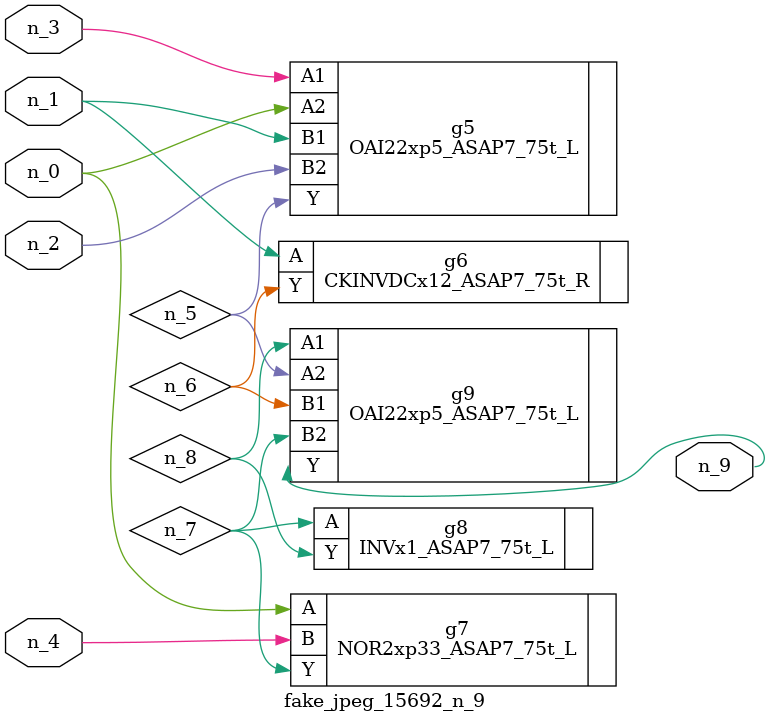
<source format=v>
module fake_jpeg_15692_n_9 (n_3, n_2, n_1, n_0, n_4, n_9);

input n_3;
input n_2;
input n_1;
input n_0;
input n_4;

output n_9;

wire n_8;
wire n_6;
wire n_5;
wire n_7;

OAI22xp5_ASAP7_75t_L g5 ( 
.A1(n_3),
.A2(n_0),
.B1(n_1),
.B2(n_2),
.Y(n_5)
);

CKINVDCx12_ASAP7_75t_R g6 ( 
.A(n_1),
.Y(n_6)
);

NOR2xp33_ASAP7_75t_L g7 ( 
.A(n_0),
.B(n_4),
.Y(n_7)
);

INVx1_ASAP7_75t_L g8 ( 
.A(n_7),
.Y(n_8)
);

OAI22xp5_ASAP7_75t_L g9 ( 
.A1(n_8),
.A2(n_5),
.B1(n_6),
.B2(n_7),
.Y(n_9)
);


endmodule
</source>
